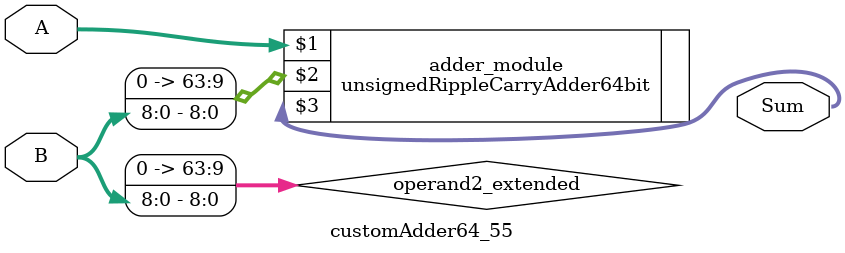
<source format=v>
module customAdder64_55(
                        input [63 : 0] A,
                        input [8 : 0] B,
                        
                        output [64 : 0] Sum
                );

        wire [63 : 0] operand2_extended;
        
        assign operand2_extended =  {55'b0, B};
        
        unsignedRippleCarryAdder64bit adder_module(
            A,
            operand2_extended,
            Sum
        );
        
        endmodule
        
</source>
